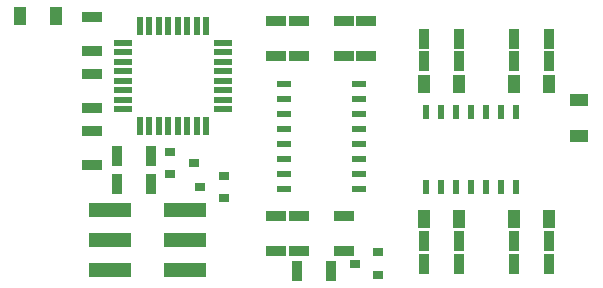
<source format=gbr>
G04 #@! TF.FileFunction,Paste,Bot*
%FSLAX46Y46*%
G04 Gerber Fmt 4.6, Leading zero omitted, Abs format (unit mm)*
G04 Created by KiCad (PCBNEW 4.0.5+dfsg1-4) date Sun Sep  9 21:49:08 2018*
%MOMM*%
%LPD*%
G01*
G04 APERTURE LIST*
%ADD10C,0.100000*%
%ADD11R,0.550000X1.600000*%
%ADD12R,1.600000X0.550000*%
%ADD13R,0.900000X1.700000*%
%ADD14R,1.000000X1.600000*%
%ADD15R,1.600000X1.000000*%
%ADD16R,3.600000X1.270000*%
%ADD17R,0.900000X0.800000*%
%ADD18R,1.700000X0.900000*%
%ADD19R,0.508000X1.143000*%
%ADD20R,1.143000X0.508000*%
G04 APERTURE END LIST*
D10*
D11*
X44190000Y-23690000D03*
X44990000Y-23690000D03*
X45790000Y-23690000D03*
X46590000Y-23690000D03*
X47390000Y-23690000D03*
X48190000Y-23690000D03*
X48990000Y-23690000D03*
X49790000Y-23690000D03*
D12*
X51240000Y-25140000D03*
X51240000Y-25940000D03*
X51240000Y-26740000D03*
X51240000Y-27540000D03*
X51240000Y-28340000D03*
X51240000Y-29140000D03*
X51240000Y-29940000D03*
X51240000Y-30740000D03*
D11*
X49790000Y-32190000D03*
X48990000Y-32190000D03*
X48190000Y-32190000D03*
X47390000Y-32190000D03*
X46590000Y-32190000D03*
X45790000Y-32190000D03*
X44990000Y-32190000D03*
X44190000Y-32190000D03*
D12*
X42740000Y-30740000D03*
X42740000Y-29940000D03*
X42740000Y-29140000D03*
X42740000Y-28340000D03*
X42740000Y-27540000D03*
X42740000Y-26740000D03*
X42740000Y-25940000D03*
X42740000Y-25140000D03*
D13*
X71173000Y-43815000D03*
X68273000Y-43815000D03*
D14*
X34060000Y-22860000D03*
X37060000Y-22860000D03*
X71223000Y-28575000D03*
X68223000Y-28575000D03*
D15*
X81407000Y-29996000D03*
X81407000Y-32996000D03*
D14*
X78843000Y-28575000D03*
X75843000Y-28575000D03*
X75843000Y-40005000D03*
X78843000Y-40005000D03*
X68223000Y-40005000D03*
X71223000Y-40005000D03*
D16*
X48031000Y-39243000D03*
X48031000Y-41783000D03*
X48031000Y-44323000D03*
X41631000Y-44323000D03*
X41631000Y-41783000D03*
X41631000Y-39243000D03*
D17*
X51292000Y-36388000D03*
X51292000Y-38288000D03*
X49292000Y-37338000D03*
X46752000Y-36256000D03*
X46752000Y-34356000D03*
X48752000Y-35306000D03*
X64373000Y-42865000D03*
X64373000Y-44765000D03*
X62373000Y-43815000D03*
D13*
X68273000Y-26670000D03*
X71173000Y-26670000D03*
X75893000Y-26670000D03*
X78793000Y-26670000D03*
X78793000Y-41910000D03*
X75893000Y-41910000D03*
X71173000Y-41910000D03*
X68273000Y-41910000D03*
D18*
X40132000Y-22934000D03*
X40132000Y-25834000D03*
D13*
X68273000Y-24765000D03*
X71173000Y-24765000D03*
X75893000Y-24765000D03*
X78793000Y-24765000D03*
X78793000Y-43815000D03*
X75893000Y-43815000D03*
X45138000Y-34671000D03*
X42238000Y-34671000D03*
X45138000Y-37084000D03*
X42238000Y-37084000D03*
D18*
X40132000Y-35486000D03*
X40132000Y-32586000D03*
X40132000Y-27760000D03*
X40132000Y-30660000D03*
X57658000Y-23315000D03*
X57658000Y-26215000D03*
X55753000Y-23315000D03*
X55753000Y-26215000D03*
X55753000Y-42725000D03*
X55753000Y-39825000D03*
X57658000Y-42725000D03*
X57658000Y-39825000D03*
X61468000Y-42725000D03*
X61468000Y-39825000D03*
X63373000Y-23315000D03*
X63373000Y-26215000D03*
X61468000Y-23315000D03*
X61468000Y-26215000D03*
D13*
X57478000Y-44450000D03*
X60378000Y-44450000D03*
D19*
X68453000Y-30988000D03*
X69723000Y-30988000D03*
X70993000Y-30988000D03*
X72263000Y-30988000D03*
X73533000Y-30988000D03*
X74803000Y-30988000D03*
X76073000Y-30988000D03*
X76073000Y-37338000D03*
X74803000Y-37338000D03*
X72263000Y-37338000D03*
X70993000Y-37338000D03*
X69723000Y-37338000D03*
X68453000Y-37338000D03*
X73533000Y-37338000D03*
D20*
X62738000Y-37465000D03*
X62738000Y-34925000D03*
X62738000Y-33655000D03*
X62738000Y-32385000D03*
X62738000Y-31115000D03*
X62738000Y-29845000D03*
X62738000Y-28575000D03*
X56388000Y-28575000D03*
X56388000Y-29845000D03*
X56388000Y-31115000D03*
X56388000Y-32385000D03*
X56388000Y-33655000D03*
X56388000Y-34925000D03*
X56388000Y-36195000D03*
X56388000Y-37465000D03*
X62738000Y-36195000D03*
M02*

</source>
